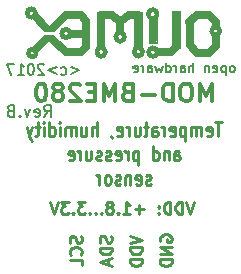
<source format=gbr>
G04 #@! TF.GenerationSoftware,KiCad,Pcbnew,5.1.5+dfsg1-2build2*
G04 #@! TF.CreationDate,2021-02-10T08:24:25+02:00*
G04 #@! TF.ProjectId,MOD-BME280_RevB,4d4f442d-424d-4453-9238-305f52657642,rev?*
G04 #@! TF.SameCoordinates,Original*
G04 #@! TF.FileFunction,Legend,Bot*
G04 #@! TF.FilePolarity,Positive*
%FSLAX46Y46*%
G04 Gerber Fmt 4.6, Leading zero omitted, Abs format (unit mm)*
G04 Created by KiCad (PCBNEW 5.1.5+dfsg1-2build2) date 2021-02-10 08:24:25*
%MOMM*%
%LPD*%
G04 APERTURE LIST*
%ADD10C,0.250000*%
%ADD11C,0.200000*%
%ADD12C,0.300000*%
%ADD13C,0.400000*%
%ADD14C,0.700000*%
%ADD15C,0.500000*%
%ADD16C,0.100000*%
G04 APERTURE END LIST*
D10*
X111556038Y-84186780D02*
X111222704Y-85186780D01*
X110889371Y-84186780D01*
X110556038Y-85186780D02*
X110556038Y-84186780D01*
X110317942Y-84186780D01*
X110175085Y-84234400D01*
X110079847Y-84329638D01*
X110032228Y-84424876D01*
X109984609Y-84615352D01*
X109984609Y-84758209D01*
X110032228Y-84948685D01*
X110079847Y-85043923D01*
X110175085Y-85139161D01*
X110317942Y-85186780D01*
X110556038Y-85186780D01*
X109556038Y-85186780D02*
X109556038Y-84186780D01*
X109317942Y-84186780D01*
X109175085Y-84234400D01*
X109079847Y-84329638D01*
X109032228Y-84424876D01*
X108984609Y-84615352D01*
X108984609Y-84758209D01*
X109032228Y-84948685D01*
X109079847Y-85043923D01*
X109175085Y-85139161D01*
X109317942Y-85186780D01*
X109556038Y-85186780D01*
X108556038Y-85091542D02*
X108508419Y-85139161D01*
X108556038Y-85186780D01*
X108603657Y-85139161D01*
X108556038Y-85091542D01*
X108556038Y-85186780D01*
X108556038Y-84567733D02*
X108508419Y-84615352D01*
X108556038Y-84662971D01*
X108603657Y-84615352D01*
X108556038Y-84567733D01*
X108556038Y-84662971D01*
X107317942Y-84805828D02*
X106556038Y-84805828D01*
X106936990Y-85186780D02*
X106936990Y-84424876D01*
X105556038Y-85186780D02*
X106127466Y-85186780D01*
X105841752Y-85186780D02*
X105841752Y-84186780D01*
X105936990Y-84329638D01*
X106032228Y-84424876D01*
X106127466Y-84472495D01*
X105127466Y-85091542D02*
X105079847Y-85139161D01*
X105127466Y-85186780D01*
X105175085Y-85139161D01*
X105127466Y-85091542D01*
X105127466Y-85186780D01*
X104508419Y-84615352D02*
X104603657Y-84567733D01*
X104651276Y-84520114D01*
X104698895Y-84424876D01*
X104698895Y-84377257D01*
X104651276Y-84282019D01*
X104603657Y-84234400D01*
X104508419Y-84186780D01*
X104317942Y-84186780D01*
X104222704Y-84234400D01*
X104175085Y-84282019D01*
X104127466Y-84377257D01*
X104127466Y-84424876D01*
X104175085Y-84520114D01*
X104222704Y-84567733D01*
X104317942Y-84615352D01*
X104508419Y-84615352D01*
X104603657Y-84662971D01*
X104651276Y-84710590D01*
X104698895Y-84805828D01*
X104698895Y-84996304D01*
X104651276Y-85091542D01*
X104603657Y-85139161D01*
X104508419Y-85186780D01*
X104317942Y-85186780D01*
X104222704Y-85139161D01*
X104175085Y-85091542D01*
X104127466Y-84996304D01*
X104127466Y-84805828D01*
X104175085Y-84710590D01*
X104222704Y-84662971D01*
X104317942Y-84615352D01*
X103698895Y-85091542D02*
X103651276Y-85139161D01*
X103698895Y-85186780D01*
X103746514Y-85139161D01*
X103698895Y-85091542D01*
X103698895Y-85186780D01*
X103222704Y-85091542D02*
X103175085Y-85139161D01*
X103222704Y-85186780D01*
X103270323Y-85139161D01*
X103222704Y-85091542D01*
X103222704Y-85186780D01*
X102746514Y-85091542D02*
X102698895Y-85139161D01*
X102746514Y-85186780D01*
X102794133Y-85139161D01*
X102746514Y-85091542D01*
X102746514Y-85186780D01*
X102365561Y-84186780D02*
X101746514Y-84186780D01*
X102079847Y-84567733D01*
X101936990Y-84567733D01*
X101841752Y-84615352D01*
X101794133Y-84662971D01*
X101746514Y-84758209D01*
X101746514Y-84996304D01*
X101794133Y-85091542D01*
X101841752Y-85139161D01*
X101936990Y-85186780D01*
X102222704Y-85186780D01*
X102317942Y-85139161D01*
X102365561Y-85091542D01*
X101317942Y-85091542D02*
X101270323Y-85139161D01*
X101317942Y-85186780D01*
X101365561Y-85139161D01*
X101317942Y-85091542D01*
X101317942Y-85186780D01*
X100936990Y-84186780D02*
X100317942Y-84186780D01*
X100651276Y-84567733D01*
X100508419Y-84567733D01*
X100413180Y-84615352D01*
X100365561Y-84662971D01*
X100317942Y-84758209D01*
X100317942Y-84996304D01*
X100365561Y-85091542D01*
X100413180Y-85139161D01*
X100508419Y-85186780D01*
X100794133Y-85186780D01*
X100889371Y-85139161D01*
X100936990Y-85091542D01*
X100032228Y-84186780D02*
X99698895Y-85186780D01*
X99365561Y-84186780D01*
D11*
X101120285Y-72794042D02*
X101806000Y-73051185D01*
X101120285Y-73308328D01*
X100306000Y-73351185D02*
X100391714Y-73394042D01*
X100563142Y-73394042D01*
X100648857Y-73351185D01*
X100691714Y-73308328D01*
X100734571Y-73222614D01*
X100734571Y-72965471D01*
X100691714Y-72879757D01*
X100648857Y-72836900D01*
X100563142Y-72794042D01*
X100391714Y-72794042D01*
X100306000Y-72836900D01*
X99920285Y-72794042D02*
X99234571Y-73051185D01*
X99920285Y-73308328D01*
X98848857Y-72579757D02*
X98806000Y-72536900D01*
X98720285Y-72494042D01*
X98506000Y-72494042D01*
X98420285Y-72536900D01*
X98377428Y-72579757D01*
X98334571Y-72665471D01*
X98334571Y-72751185D01*
X98377428Y-72879757D01*
X98891714Y-73394042D01*
X98334571Y-73394042D01*
X97777428Y-72494042D02*
X97691714Y-72494042D01*
X97606000Y-72536900D01*
X97563142Y-72579757D01*
X97520285Y-72665471D01*
X97477428Y-72836900D01*
X97477428Y-73051185D01*
X97520285Y-73222614D01*
X97563142Y-73308328D01*
X97606000Y-73351185D01*
X97691714Y-73394042D01*
X97777428Y-73394042D01*
X97863142Y-73351185D01*
X97906000Y-73308328D01*
X97948857Y-73222614D01*
X97991714Y-73051185D01*
X97991714Y-72836900D01*
X97948857Y-72665471D01*
X97906000Y-72579757D01*
X97863142Y-72536900D01*
X97777428Y-72494042D01*
X96620285Y-73394042D02*
X97134571Y-73394042D01*
X96877428Y-73394042D02*
X96877428Y-72494042D01*
X96963142Y-72622614D01*
X97048857Y-72708328D01*
X97134571Y-72751185D01*
X96320285Y-72494042D02*
X95720285Y-72494042D01*
X96106000Y-73394042D01*
X98875695Y-76982580D02*
X99209028Y-76506390D01*
X99447123Y-76982580D02*
X99447123Y-75982580D01*
X99066171Y-75982580D01*
X98970933Y-76030200D01*
X98923314Y-76077819D01*
X98875695Y-76173057D01*
X98875695Y-76315914D01*
X98923314Y-76411152D01*
X98970933Y-76458771D01*
X99066171Y-76506390D01*
X99447123Y-76506390D01*
X98066171Y-76934961D02*
X98161409Y-76982580D01*
X98351885Y-76982580D01*
X98447123Y-76934961D01*
X98494742Y-76839723D01*
X98494742Y-76458771D01*
X98447123Y-76363533D01*
X98351885Y-76315914D01*
X98161409Y-76315914D01*
X98066171Y-76363533D01*
X98018552Y-76458771D01*
X98018552Y-76554009D01*
X98494742Y-76649247D01*
X97685219Y-76315914D02*
X97447123Y-76982580D01*
X97209028Y-76315914D01*
X96828076Y-76887342D02*
X96780457Y-76934961D01*
X96828076Y-76982580D01*
X96875695Y-76934961D01*
X96828076Y-76887342D01*
X96828076Y-76982580D01*
X96018552Y-76458771D02*
X95875695Y-76506390D01*
X95828076Y-76554009D01*
X95780457Y-76649247D01*
X95780457Y-76792104D01*
X95828076Y-76887342D01*
X95875695Y-76934961D01*
X95970933Y-76982580D01*
X96351885Y-76982580D01*
X96351885Y-75982580D01*
X96018552Y-75982580D01*
X95923314Y-76030200D01*
X95875695Y-76077819D01*
X95828076Y-76173057D01*
X95828076Y-76268295D01*
X95875695Y-76363533D01*
X95923314Y-76411152D01*
X96018552Y-76458771D01*
X96351885Y-76458771D01*
X114839233Y-73183704D02*
X114915423Y-73145609D01*
X114953519Y-73107514D01*
X114991614Y-73031323D01*
X114991614Y-72802752D01*
X114953519Y-72726561D01*
X114915423Y-72688466D01*
X114839233Y-72650371D01*
X114724947Y-72650371D01*
X114648757Y-72688466D01*
X114610661Y-72726561D01*
X114572566Y-72802752D01*
X114572566Y-73031323D01*
X114610661Y-73107514D01*
X114648757Y-73145609D01*
X114724947Y-73183704D01*
X114839233Y-73183704D01*
X114229709Y-72650371D02*
X114229709Y-73450371D01*
X114229709Y-72688466D02*
X114153519Y-72650371D01*
X114001138Y-72650371D01*
X113924947Y-72688466D01*
X113886852Y-72726561D01*
X113848757Y-72802752D01*
X113848757Y-73031323D01*
X113886852Y-73107514D01*
X113924947Y-73145609D01*
X114001138Y-73183704D01*
X114153519Y-73183704D01*
X114229709Y-73145609D01*
X113201138Y-73145609D02*
X113277328Y-73183704D01*
X113429709Y-73183704D01*
X113505900Y-73145609D01*
X113543995Y-73069419D01*
X113543995Y-72764657D01*
X113505900Y-72688466D01*
X113429709Y-72650371D01*
X113277328Y-72650371D01*
X113201138Y-72688466D01*
X113163042Y-72764657D01*
X113163042Y-72840847D01*
X113543995Y-72917038D01*
X112820185Y-72650371D02*
X112820185Y-73183704D01*
X112820185Y-72726561D02*
X112782090Y-72688466D01*
X112705900Y-72650371D01*
X112591614Y-72650371D01*
X112515423Y-72688466D01*
X112477328Y-72764657D01*
X112477328Y-73183704D01*
X111486852Y-73183704D02*
X111486852Y-72383704D01*
X111143995Y-73183704D02*
X111143995Y-72764657D01*
X111182090Y-72688466D01*
X111258280Y-72650371D01*
X111372566Y-72650371D01*
X111448757Y-72688466D01*
X111486852Y-72726561D01*
X110420185Y-73183704D02*
X110420185Y-72764657D01*
X110458280Y-72688466D01*
X110534471Y-72650371D01*
X110686852Y-72650371D01*
X110763042Y-72688466D01*
X110420185Y-73145609D02*
X110496376Y-73183704D01*
X110686852Y-73183704D01*
X110763042Y-73145609D01*
X110801138Y-73069419D01*
X110801138Y-72993228D01*
X110763042Y-72917038D01*
X110686852Y-72878942D01*
X110496376Y-72878942D01*
X110420185Y-72840847D01*
X110039233Y-73183704D02*
X110039233Y-72650371D01*
X110039233Y-72802752D02*
X110001138Y-72726561D01*
X109963042Y-72688466D01*
X109886852Y-72650371D01*
X109810661Y-72650371D01*
X109201138Y-73183704D02*
X109201138Y-72383704D01*
X109201138Y-73145609D02*
X109277328Y-73183704D01*
X109429709Y-73183704D01*
X109505900Y-73145609D01*
X109543995Y-73107514D01*
X109582090Y-73031323D01*
X109582090Y-72802752D01*
X109543995Y-72726561D01*
X109505900Y-72688466D01*
X109429709Y-72650371D01*
X109277328Y-72650371D01*
X109201138Y-72688466D01*
X108896376Y-72650371D02*
X108743995Y-73183704D01*
X108591614Y-72802752D01*
X108439233Y-73183704D01*
X108286852Y-72650371D01*
X107639233Y-73183704D02*
X107639233Y-72764657D01*
X107677328Y-72688466D01*
X107753519Y-72650371D01*
X107905900Y-72650371D01*
X107982090Y-72688466D01*
X107639233Y-73145609D02*
X107715423Y-73183704D01*
X107905900Y-73183704D01*
X107982090Y-73145609D01*
X108020185Y-73069419D01*
X108020185Y-72993228D01*
X107982090Y-72917038D01*
X107905900Y-72878942D01*
X107715423Y-72878942D01*
X107639233Y-72840847D01*
X107258280Y-73183704D02*
X107258280Y-72650371D01*
X107258280Y-72802752D02*
X107220185Y-72726561D01*
X107182090Y-72688466D01*
X107105900Y-72650371D01*
X107029709Y-72650371D01*
X106458280Y-73145609D02*
X106534471Y-73183704D01*
X106686852Y-73183704D01*
X106763042Y-73145609D01*
X106801138Y-73069419D01*
X106801138Y-72764657D01*
X106763042Y-72688466D01*
X106686852Y-72650371D01*
X106534471Y-72650371D01*
X106458280Y-72688466D01*
X106420185Y-72764657D01*
X106420185Y-72840847D01*
X106801138Y-72917038D01*
D10*
X102004761Y-87074523D02*
X102052380Y-87217380D01*
X102052380Y-87455476D01*
X102004761Y-87550714D01*
X101957142Y-87598333D01*
X101861904Y-87645952D01*
X101766666Y-87645952D01*
X101671428Y-87598333D01*
X101623809Y-87550714D01*
X101576190Y-87455476D01*
X101528571Y-87265000D01*
X101480952Y-87169761D01*
X101433333Y-87122142D01*
X101338095Y-87074523D01*
X101242857Y-87074523D01*
X101147619Y-87122142D01*
X101100000Y-87169761D01*
X101052380Y-87265000D01*
X101052380Y-87503095D01*
X101100000Y-87645952D01*
X101957142Y-88645952D02*
X102004761Y-88598333D01*
X102052380Y-88455476D01*
X102052380Y-88360238D01*
X102004761Y-88217380D01*
X101909523Y-88122142D01*
X101814285Y-88074523D01*
X101623809Y-88026904D01*
X101480952Y-88026904D01*
X101290476Y-88074523D01*
X101195238Y-88122142D01*
X101100000Y-88217380D01*
X101052380Y-88360238D01*
X101052380Y-88455476D01*
X101100000Y-88598333D01*
X101147619Y-88645952D01*
X102052380Y-89550714D02*
X102052380Y-89074523D01*
X101052380Y-89074523D01*
X104544761Y-87050714D02*
X104592380Y-87193571D01*
X104592380Y-87431666D01*
X104544761Y-87526904D01*
X104497142Y-87574523D01*
X104401904Y-87622142D01*
X104306666Y-87622142D01*
X104211428Y-87574523D01*
X104163809Y-87526904D01*
X104116190Y-87431666D01*
X104068571Y-87241190D01*
X104020952Y-87145952D01*
X103973333Y-87098333D01*
X103878095Y-87050714D01*
X103782857Y-87050714D01*
X103687619Y-87098333D01*
X103640000Y-87145952D01*
X103592380Y-87241190D01*
X103592380Y-87479285D01*
X103640000Y-87622142D01*
X104592380Y-88050714D02*
X103592380Y-88050714D01*
X103592380Y-88288809D01*
X103640000Y-88431666D01*
X103735238Y-88526904D01*
X103830476Y-88574523D01*
X104020952Y-88622142D01*
X104163809Y-88622142D01*
X104354285Y-88574523D01*
X104449523Y-88526904D01*
X104544761Y-88431666D01*
X104592380Y-88288809D01*
X104592380Y-88050714D01*
X104306666Y-89003095D02*
X104306666Y-89479285D01*
X104592380Y-88907857D02*
X103592380Y-89241190D01*
X104592380Y-89574523D01*
X106145080Y-87033266D02*
X107145080Y-87366600D01*
X106145080Y-87699933D01*
X107145080Y-88033266D02*
X106145080Y-88033266D01*
X106145080Y-88271361D01*
X106192700Y-88414219D01*
X106287938Y-88509457D01*
X106383176Y-88557076D01*
X106573652Y-88604695D01*
X106716509Y-88604695D01*
X106906985Y-88557076D01*
X107002223Y-88509457D01*
X107097461Y-88414219D01*
X107145080Y-88271361D01*
X107145080Y-88033266D01*
X107145080Y-89033266D02*
X106145080Y-89033266D01*
X106145080Y-89271361D01*
X106192700Y-89414219D01*
X106287938Y-89509457D01*
X106383176Y-89557076D01*
X106573652Y-89604695D01*
X106716509Y-89604695D01*
X106906985Y-89557076D01*
X107002223Y-89509457D01*
X107097461Y-89414219D01*
X107145080Y-89271361D01*
X107145080Y-89033266D01*
X108720000Y-87503095D02*
X108672380Y-87407857D01*
X108672380Y-87265000D01*
X108720000Y-87122142D01*
X108815238Y-87026904D01*
X108910476Y-86979285D01*
X109100952Y-86931666D01*
X109243809Y-86931666D01*
X109434285Y-86979285D01*
X109529523Y-87026904D01*
X109624761Y-87122142D01*
X109672380Y-87265000D01*
X109672380Y-87360238D01*
X109624761Y-87503095D01*
X109577142Y-87550714D01*
X109243809Y-87550714D01*
X109243809Y-87360238D01*
X109672380Y-87979285D02*
X108672380Y-87979285D01*
X109672380Y-88550714D01*
X108672380Y-88550714D01*
X109672380Y-89026904D02*
X108672380Y-89026904D01*
X108672380Y-89265000D01*
X108720000Y-89407857D01*
X108815238Y-89503095D01*
X108910476Y-89550714D01*
X109100952Y-89598333D01*
X109243809Y-89598333D01*
X109434285Y-89550714D01*
X109529523Y-89503095D01*
X109624761Y-89407857D01*
X109672380Y-89265000D01*
X109672380Y-89026904D01*
X113911614Y-77417157D02*
X113340185Y-77417157D01*
X113625900Y-78617157D02*
X113625900Y-77417157D01*
X112625900Y-78560014D02*
X112721138Y-78617157D01*
X112911614Y-78617157D01*
X113006852Y-78560014D01*
X113054471Y-78445728D01*
X113054471Y-77988585D01*
X113006852Y-77874300D01*
X112911614Y-77817157D01*
X112721138Y-77817157D01*
X112625900Y-77874300D01*
X112578280Y-77988585D01*
X112578280Y-78102871D01*
X113054471Y-78217157D01*
X112149709Y-78617157D02*
X112149709Y-77817157D01*
X112149709Y-77931442D02*
X112102090Y-77874300D01*
X112006852Y-77817157D01*
X111863995Y-77817157D01*
X111768757Y-77874300D01*
X111721138Y-77988585D01*
X111721138Y-78617157D01*
X111721138Y-77988585D02*
X111673519Y-77874300D01*
X111578280Y-77817157D01*
X111435423Y-77817157D01*
X111340185Y-77874300D01*
X111292566Y-77988585D01*
X111292566Y-78617157D01*
X110816376Y-77817157D02*
X110816376Y-79017157D01*
X110816376Y-77874300D02*
X110721138Y-77817157D01*
X110530661Y-77817157D01*
X110435423Y-77874300D01*
X110387804Y-77931442D01*
X110340185Y-78045728D01*
X110340185Y-78388585D01*
X110387804Y-78502871D01*
X110435423Y-78560014D01*
X110530661Y-78617157D01*
X110721138Y-78617157D01*
X110816376Y-78560014D01*
X109530661Y-78560014D02*
X109625900Y-78617157D01*
X109816376Y-78617157D01*
X109911614Y-78560014D01*
X109959233Y-78445728D01*
X109959233Y-77988585D01*
X109911614Y-77874300D01*
X109816376Y-77817157D01*
X109625900Y-77817157D01*
X109530661Y-77874300D01*
X109483042Y-77988585D01*
X109483042Y-78102871D01*
X109959233Y-78217157D01*
X109054471Y-78617157D02*
X109054471Y-77817157D01*
X109054471Y-78045728D02*
X109006852Y-77931442D01*
X108959233Y-77874300D01*
X108863995Y-77817157D01*
X108768757Y-77817157D01*
X108006852Y-78617157D02*
X108006852Y-77988585D01*
X108054471Y-77874300D01*
X108149709Y-77817157D01*
X108340185Y-77817157D01*
X108435423Y-77874300D01*
X108006852Y-78560014D02*
X108102090Y-78617157D01*
X108340185Y-78617157D01*
X108435423Y-78560014D01*
X108483042Y-78445728D01*
X108483042Y-78331442D01*
X108435423Y-78217157D01*
X108340185Y-78160014D01*
X108102090Y-78160014D01*
X108006852Y-78102871D01*
X107673519Y-77817157D02*
X107292566Y-77817157D01*
X107530661Y-77417157D02*
X107530661Y-78445728D01*
X107483042Y-78560014D01*
X107387804Y-78617157D01*
X107292566Y-78617157D01*
X106530661Y-77817157D02*
X106530661Y-78617157D01*
X106959233Y-77817157D02*
X106959233Y-78445728D01*
X106911614Y-78560014D01*
X106816376Y-78617157D01*
X106673519Y-78617157D01*
X106578280Y-78560014D01*
X106530661Y-78502871D01*
X106054471Y-78617157D02*
X106054471Y-77817157D01*
X106054471Y-78045728D02*
X106006852Y-77931442D01*
X105959233Y-77874300D01*
X105863995Y-77817157D01*
X105768757Y-77817157D01*
X105054471Y-78560014D02*
X105149709Y-78617157D01*
X105340185Y-78617157D01*
X105435423Y-78560014D01*
X105483042Y-78445728D01*
X105483042Y-77988585D01*
X105435423Y-77874300D01*
X105340185Y-77817157D01*
X105149709Y-77817157D01*
X105054471Y-77874300D01*
X105006852Y-77988585D01*
X105006852Y-78102871D01*
X105483042Y-78217157D01*
X104530661Y-78560014D02*
X104530661Y-78617157D01*
X104578280Y-78731442D01*
X104625900Y-78788585D01*
X103340185Y-78617157D02*
X103340185Y-77417157D01*
X102911614Y-78617157D02*
X102911614Y-77988585D01*
X102959233Y-77874300D01*
X103054471Y-77817157D01*
X103197328Y-77817157D01*
X103292566Y-77874300D01*
X103340185Y-77931442D01*
X102006852Y-77817157D02*
X102006852Y-78617157D01*
X102435423Y-77817157D02*
X102435423Y-78445728D01*
X102387804Y-78560014D01*
X102292566Y-78617157D01*
X102149709Y-78617157D01*
X102054471Y-78560014D01*
X102006852Y-78502871D01*
X101530661Y-78617157D02*
X101530661Y-77817157D01*
X101530661Y-77931442D02*
X101483042Y-77874300D01*
X101387804Y-77817157D01*
X101244947Y-77817157D01*
X101149709Y-77874300D01*
X101102090Y-77988585D01*
X101102090Y-78617157D01*
X101102090Y-77988585D02*
X101054471Y-77874300D01*
X100959233Y-77817157D01*
X100816376Y-77817157D01*
X100721138Y-77874300D01*
X100673519Y-77988585D01*
X100673519Y-78617157D01*
X100197328Y-78617157D02*
X100197328Y-77817157D01*
X100197328Y-77417157D02*
X100244947Y-77474300D01*
X100197328Y-77531442D01*
X100149709Y-77474300D01*
X100197328Y-77417157D01*
X100197328Y-77531442D01*
X99292566Y-78617157D02*
X99292566Y-77417157D01*
X99292566Y-78560014D02*
X99387804Y-78617157D01*
X99578280Y-78617157D01*
X99673519Y-78560014D01*
X99721138Y-78502871D01*
X99768757Y-78388585D01*
X99768757Y-78045728D01*
X99721138Y-77931442D01*
X99673519Y-77874300D01*
X99578280Y-77817157D01*
X99387804Y-77817157D01*
X99292566Y-77874300D01*
X98816376Y-78617157D02*
X98816376Y-77817157D01*
X98816376Y-77417157D02*
X98863995Y-77474300D01*
X98816376Y-77531442D01*
X98768757Y-77474300D01*
X98816376Y-77417157D01*
X98816376Y-77531442D01*
X98483042Y-77817157D02*
X98102090Y-77817157D01*
X98340185Y-77417157D02*
X98340185Y-78445728D01*
X98292566Y-78560014D01*
X98197328Y-78617157D01*
X98102090Y-78617157D01*
X97863995Y-77817157D02*
X97625900Y-78617157D01*
X97387804Y-77817157D02*
X97625900Y-78617157D01*
X97721138Y-78902871D01*
X97768757Y-78960014D01*
X97863995Y-79017157D01*
X109887804Y-80667157D02*
X109887804Y-80038585D01*
X109935423Y-79924300D01*
X110030661Y-79867157D01*
X110221138Y-79867157D01*
X110316376Y-79924300D01*
X109887804Y-80610014D02*
X109983042Y-80667157D01*
X110221138Y-80667157D01*
X110316376Y-80610014D01*
X110363995Y-80495728D01*
X110363995Y-80381442D01*
X110316376Y-80267157D01*
X110221138Y-80210014D01*
X109983042Y-80210014D01*
X109887804Y-80152871D01*
X109411614Y-79867157D02*
X109411614Y-80667157D01*
X109411614Y-79981442D02*
X109363995Y-79924300D01*
X109268757Y-79867157D01*
X109125900Y-79867157D01*
X109030661Y-79924300D01*
X108983042Y-80038585D01*
X108983042Y-80667157D01*
X108078280Y-80667157D02*
X108078280Y-79467157D01*
X108078280Y-80610014D02*
X108173519Y-80667157D01*
X108363995Y-80667157D01*
X108459233Y-80610014D01*
X108506852Y-80552871D01*
X108554471Y-80438585D01*
X108554471Y-80095728D01*
X108506852Y-79981442D01*
X108459233Y-79924300D01*
X108363995Y-79867157D01*
X108173519Y-79867157D01*
X108078280Y-79924300D01*
X106840185Y-79867157D02*
X106840185Y-81067157D01*
X106840185Y-79924300D02*
X106744947Y-79867157D01*
X106554471Y-79867157D01*
X106459233Y-79924300D01*
X106411614Y-79981442D01*
X106363995Y-80095728D01*
X106363995Y-80438585D01*
X106411614Y-80552871D01*
X106459233Y-80610014D01*
X106554471Y-80667157D01*
X106744947Y-80667157D01*
X106840185Y-80610014D01*
X105935423Y-80667157D02*
X105935423Y-79867157D01*
X105935423Y-80095728D02*
X105887804Y-79981442D01*
X105840185Y-79924300D01*
X105744947Y-79867157D01*
X105649709Y-79867157D01*
X104935423Y-80610014D02*
X105030661Y-80667157D01*
X105221138Y-80667157D01*
X105316376Y-80610014D01*
X105363995Y-80495728D01*
X105363995Y-80038585D01*
X105316376Y-79924300D01*
X105221138Y-79867157D01*
X105030661Y-79867157D01*
X104935423Y-79924300D01*
X104887804Y-80038585D01*
X104887804Y-80152871D01*
X105363995Y-80267157D01*
X104506852Y-80610014D02*
X104411614Y-80667157D01*
X104221138Y-80667157D01*
X104125900Y-80610014D01*
X104078280Y-80495728D01*
X104078280Y-80438585D01*
X104125900Y-80324300D01*
X104221138Y-80267157D01*
X104363995Y-80267157D01*
X104459233Y-80210014D01*
X104506852Y-80095728D01*
X104506852Y-80038585D01*
X104459233Y-79924300D01*
X104363995Y-79867157D01*
X104221138Y-79867157D01*
X104125900Y-79924300D01*
X103697328Y-80610014D02*
X103602090Y-80667157D01*
X103411614Y-80667157D01*
X103316376Y-80610014D01*
X103268757Y-80495728D01*
X103268757Y-80438585D01*
X103316376Y-80324300D01*
X103411614Y-80267157D01*
X103554471Y-80267157D01*
X103649709Y-80210014D01*
X103697328Y-80095728D01*
X103697328Y-80038585D01*
X103649709Y-79924300D01*
X103554471Y-79867157D01*
X103411614Y-79867157D01*
X103316376Y-79924300D01*
X102411614Y-79867157D02*
X102411614Y-80667157D01*
X102840185Y-79867157D02*
X102840185Y-80495728D01*
X102792566Y-80610014D01*
X102697328Y-80667157D01*
X102554471Y-80667157D01*
X102459233Y-80610014D01*
X102411614Y-80552871D01*
X101935423Y-80667157D02*
X101935423Y-79867157D01*
X101935423Y-80095728D02*
X101887804Y-79981442D01*
X101840185Y-79924300D01*
X101744947Y-79867157D01*
X101649709Y-79867157D01*
X100935423Y-80610014D02*
X101030661Y-80667157D01*
X101221138Y-80667157D01*
X101316376Y-80610014D01*
X101363995Y-80495728D01*
X101363995Y-80038585D01*
X101316376Y-79924300D01*
X101221138Y-79867157D01*
X101030661Y-79867157D01*
X100935423Y-79924300D01*
X100887804Y-80038585D01*
X100887804Y-80152871D01*
X101363995Y-80267157D01*
X107887804Y-82660014D02*
X107792566Y-82717157D01*
X107602090Y-82717157D01*
X107506852Y-82660014D01*
X107459233Y-82545728D01*
X107459233Y-82488585D01*
X107506852Y-82374300D01*
X107602090Y-82317157D01*
X107744947Y-82317157D01*
X107840185Y-82260014D01*
X107887804Y-82145728D01*
X107887804Y-82088585D01*
X107840185Y-81974300D01*
X107744947Y-81917157D01*
X107602090Y-81917157D01*
X107506852Y-81974300D01*
X106649709Y-82660014D02*
X106744947Y-82717157D01*
X106935423Y-82717157D01*
X107030661Y-82660014D01*
X107078280Y-82545728D01*
X107078280Y-82088585D01*
X107030661Y-81974300D01*
X106935423Y-81917157D01*
X106744947Y-81917157D01*
X106649709Y-81974300D01*
X106602090Y-82088585D01*
X106602090Y-82202871D01*
X107078280Y-82317157D01*
X106173519Y-81917157D02*
X106173519Y-82717157D01*
X106173519Y-82031442D02*
X106125900Y-81974300D01*
X106030661Y-81917157D01*
X105887804Y-81917157D01*
X105792566Y-81974300D01*
X105744947Y-82088585D01*
X105744947Y-82717157D01*
X105316376Y-82660014D02*
X105221138Y-82717157D01*
X105030661Y-82717157D01*
X104935423Y-82660014D01*
X104887804Y-82545728D01*
X104887804Y-82488585D01*
X104935423Y-82374300D01*
X105030661Y-82317157D01*
X105173519Y-82317157D01*
X105268757Y-82260014D01*
X105316376Y-82145728D01*
X105316376Y-82088585D01*
X105268757Y-81974300D01*
X105173519Y-81917157D01*
X105030661Y-81917157D01*
X104935423Y-81974300D01*
X104316376Y-82717157D02*
X104411614Y-82660014D01*
X104459233Y-82602871D01*
X104506852Y-82488585D01*
X104506852Y-82145728D01*
X104459233Y-82031442D01*
X104411614Y-81974300D01*
X104316376Y-81917157D01*
X104173519Y-81917157D01*
X104078280Y-81974300D01*
X104030661Y-82031442D01*
X103983042Y-82145728D01*
X103983042Y-82488585D01*
X104030661Y-82602871D01*
X104078280Y-82660014D01*
X104173519Y-82717157D01*
X104316376Y-82717157D01*
X103554471Y-82717157D02*
X103554471Y-81917157D01*
X103554471Y-82145728D02*
X103506852Y-82031442D01*
X103459233Y-81974300D01*
X103363995Y-81917157D01*
X103268757Y-81917157D01*
D12*
X113044157Y-75659371D02*
X113044157Y-74159371D01*
X112544157Y-75230800D01*
X112044157Y-74159371D01*
X112044157Y-75659371D01*
X111044157Y-74159371D02*
X110758442Y-74159371D01*
X110615585Y-74230800D01*
X110472728Y-74373657D01*
X110401300Y-74659371D01*
X110401300Y-75159371D01*
X110472728Y-75445085D01*
X110615585Y-75587942D01*
X110758442Y-75659371D01*
X111044157Y-75659371D01*
X111187014Y-75587942D01*
X111329871Y-75445085D01*
X111401300Y-75159371D01*
X111401300Y-74659371D01*
X111329871Y-74373657D01*
X111187014Y-74230800D01*
X111044157Y-74159371D01*
X109758442Y-75659371D02*
X109758442Y-74159371D01*
X109401300Y-74159371D01*
X109187014Y-74230800D01*
X109044157Y-74373657D01*
X108972728Y-74516514D01*
X108901300Y-74802228D01*
X108901300Y-75016514D01*
X108972728Y-75302228D01*
X109044157Y-75445085D01*
X109187014Y-75587942D01*
X109401300Y-75659371D01*
X109758442Y-75659371D01*
X108258442Y-75087942D02*
X107115585Y-75087942D01*
X105901300Y-74873657D02*
X105687014Y-74945085D01*
X105615585Y-75016514D01*
X105544157Y-75159371D01*
X105544157Y-75373657D01*
X105615585Y-75516514D01*
X105687014Y-75587942D01*
X105829871Y-75659371D01*
X106401300Y-75659371D01*
X106401300Y-74159371D01*
X105901300Y-74159371D01*
X105758442Y-74230800D01*
X105687014Y-74302228D01*
X105615585Y-74445085D01*
X105615585Y-74587942D01*
X105687014Y-74730800D01*
X105758442Y-74802228D01*
X105901300Y-74873657D01*
X106401300Y-74873657D01*
X104901300Y-75659371D02*
X104901300Y-74159371D01*
X104401300Y-75230800D01*
X103901300Y-74159371D01*
X103901300Y-75659371D01*
X103187014Y-74873657D02*
X102687014Y-74873657D01*
X102472728Y-75659371D02*
X103187014Y-75659371D01*
X103187014Y-74159371D01*
X102472728Y-74159371D01*
X101901300Y-74302228D02*
X101829871Y-74230800D01*
X101687014Y-74159371D01*
X101329871Y-74159371D01*
X101187014Y-74230800D01*
X101115585Y-74302228D01*
X101044157Y-74445085D01*
X101044157Y-74587942D01*
X101115585Y-74802228D01*
X101972728Y-75659371D01*
X101044157Y-75659371D01*
X100187014Y-74802228D02*
X100329871Y-74730800D01*
X100401300Y-74659371D01*
X100472728Y-74516514D01*
X100472728Y-74445085D01*
X100401300Y-74302228D01*
X100329871Y-74230800D01*
X100187014Y-74159371D01*
X99901300Y-74159371D01*
X99758442Y-74230800D01*
X99687014Y-74302228D01*
X99615585Y-74445085D01*
X99615585Y-74516514D01*
X99687014Y-74659371D01*
X99758442Y-74730800D01*
X99901300Y-74802228D01*
X100187014Y-74802228D01*
X100329871Y-74873657D01*
X100401300Y-74945085D01*
X100472728Y-75087942D01*
X100472728Y-75373657D01*
X100401300Y-75516514D01*
X100329871Y-75587942D01*
X100187014Y-75659371D01*
X99901300Y-75659371D01*
X99758442Y-75587942D01*
X99687014Y-75516514D01*
X99615585Y-75373657D01*
X99615585Y-75087942D01*
X99687014Y-74945085D01*
X99758442Y-74873657D01*
X99901300Y-74802228D01*
X98687014Y-74159371D02*
X98544157Y-74159371D01*
X98401300Y-74230800D01*
X98329871Y-74302228D01*
X98258442Y-74445085D01*
X98187014Y-74730800D01*
X98187014Y-75087942D01*
X98258442Y-75373657D01*
X98329871Y-75516514D01*
X98401300Y-75587942D01*
X98544157Y-75659371D01*
X98687014Y-75659371D01*
X98829871Y-75587942D01*
X98901300Y-75516514D01*
X98972728Y-75373657D01*
X99044157Y-75087942D01*
X99044157Y-74730800D01*
X98972728Y-74445085D01*
X98901300Y-74302228D01*
X98829871Y-74230800D01*
X98687014Y-74159371D01*
D13*
X113735747Y-69723000D02*
G75*
G03X113735747Y-69723000I-337447J0D01*
G01*
D14*
X113411000Y-68948300D02*
X112903000Y-68440300D01*
X111810800Y-68364100D02*
X111175800Y-68973700D01*
X111201200Y-70929500D02*
X111760000Y-71513700D01*
X109575600Y-71526400D02*
X110032800Y-71069200D01*
X108589800Y-71526400D02*
X109575600Y-71526400D01*
D13*
X108443324Y-71501000D02*
G75*
G03X108443324Y-71501000I-366324J0D01*
G01*
D14*
X108077000Y-68808600D02*
X108077000Y-70408800D01*
D13*
X108437818Y-68275200D02*
G75*
G03X108437818Y-68275200I-373518J0D01*
G01*
X107204759Y-71475600D02*
G75*
G03X107204759Y-71475600I-359659J0D01*
G01*
D14*
X106857800Y-70967600D02*
X106857800Y-68376800D01*
X106857800Y-68376800D02*
X106019600Y-68376800D01*
X106019600Y-68376800D02*
X105410000Y-68884800D01*
X105308400Y-69672200D02*
X105308400Y-68961000D01*
X105232200Y-68884800D02*
X104597200Y-68376800D01*
D13*
X105679318Y-70205600D02*
G75*
G03X105679318Y-70205600I-370918J0D01*
G01*
D14*
X104597200Y-68376800D02*
X103708200Y-68376800D01*
D13*
X104058729Y-71488300D02*
G75*
G03X104058729Y-71488300I-363229J0D01*
G01*
X98195666Y-71577200D02*
G75*
G03X98195666Y-71577200I-329466J0D01*
G01*
D14*
X98196400Y-71221600D02*
X99034600Y-70408800D01*
D15*
X99542600Y-70307200D02*
X99009200Y-70307200D01*
D14*
X100685600Y-71526400D02*
X99542600Y-70408800D01*
X102006400Y-71526400D02*
X100685600Y-71526400D01*
X102438200Y-71094600D02*
X102006400Y-71526400D01*
X102438200Y-68859400D02*
X102438200Y-71094600D01*
X102438200Y-68834000D02*
X101955600Y-68326000D01*
X101907500Y-68351400D02*
X100685600Y-68351400D01*
X100685600Y-68351400D02*
X99593400Y-69418200D01*
D15*
X99568000Y-69532500D02*
X99009200Y-69532500D01*
D14*
X98145600Y-68541900D02*
X99009200Y-69435600D01*
D13*
X98136735Y-68186300D02*
G75*
G03X98136735Y-68186300I-359435J0D01*
G01*
D14*
X101219000Y-69926200D02*
X102438200Y-69926200D01*
D13*
X101070659Y-69926200D02*
G75*
G03X101070659Y-69926200I-359659J0D01*
G01*
D14*
X112839500Y-71539100D02*
X111798100Y-71539100D01*
X113398300Y-70980300D02*
X113398300Y-70218300D01*
X113411000Y-70967600D02*
X112826800Y-71539100D01*
X113411000Y-68999100D02*
X113411000Y-69240400D01*
X111188500Y-68961000D02*
X111188500Y-70891400D01*
X111810800Y-68351400D02*
X112814100Y-68351400D01*
X103695500Y-68364100D02*
X103695500Y-70967600D01*
X110032800Y-71081900D02*
X110032800Y-68351400D01*
D16*
X110032800Y-68008500D02*
X110312200Y-68008500D01*
X110337600Y-68008500D02*
X110337600Y-71158100D01*
X110324900Y-68008500D02*
X110337600Y-68008500D01*
X110312200Y-68008500D02*
X110324900Y-68008500D01*
X110197900Y-68097400D02*
X110261400Y-68084700D01*
X109715300Y-68008500D02*
X109715300Y-71043800D01*
X110020100Y-68008500D02*
X109715300Y-68008500D01*
X109893100Y-68084700D02*
X109778800Y-68084700D01*
X108394500Y-68694300D02*
X108394500Y-70713600D01*
X107759500Y-70713600D02*
X107759500Y-68694300D01*
X107784900Y-70713600D02*
X107759500Y-70713600D01*
X108394500Y-70713600D02*
X107784900Y-70713600D01*
X108254800Y-70650100D02*
X108318300Y-70650100D01*
X107911900Y-70650100D02*
X107823000Y-70650100D01*
X107175300Y-71056500D02*
X107175300Y-68072000D01*
X105930700Y-68059300D02*
X105346500Y-68541900D01*
X107175300Y-68059300D02*
X105930700Y-68059300D01*
X107022900Y-68122800D02*
X107099100Y-68122800D01*
X103365300Y-71081900D02*
X103365300Y-68072000D01*
X104686100Y-68059300D02*
X105308400Y-68554600D01*
X104660700Y-68059300D02*
X104686100Y-68059300D01*
X103365300Y-68059300D02*
X104660700Y-68059300D01*
X103365300Y-68072000D02*
X103365300Y-68059300D01*
X103517700Y-68135500D02*
X103416100Y-68135500D01*
X100571300Y-68021200D02*
X99314000Y-69265800D01*
X100622100Y-68021200D02*
X100571300Y-68021200D01*
X101993700Y-68021200D02*
X100622100Y-68021200D01*
M02*

</source>
